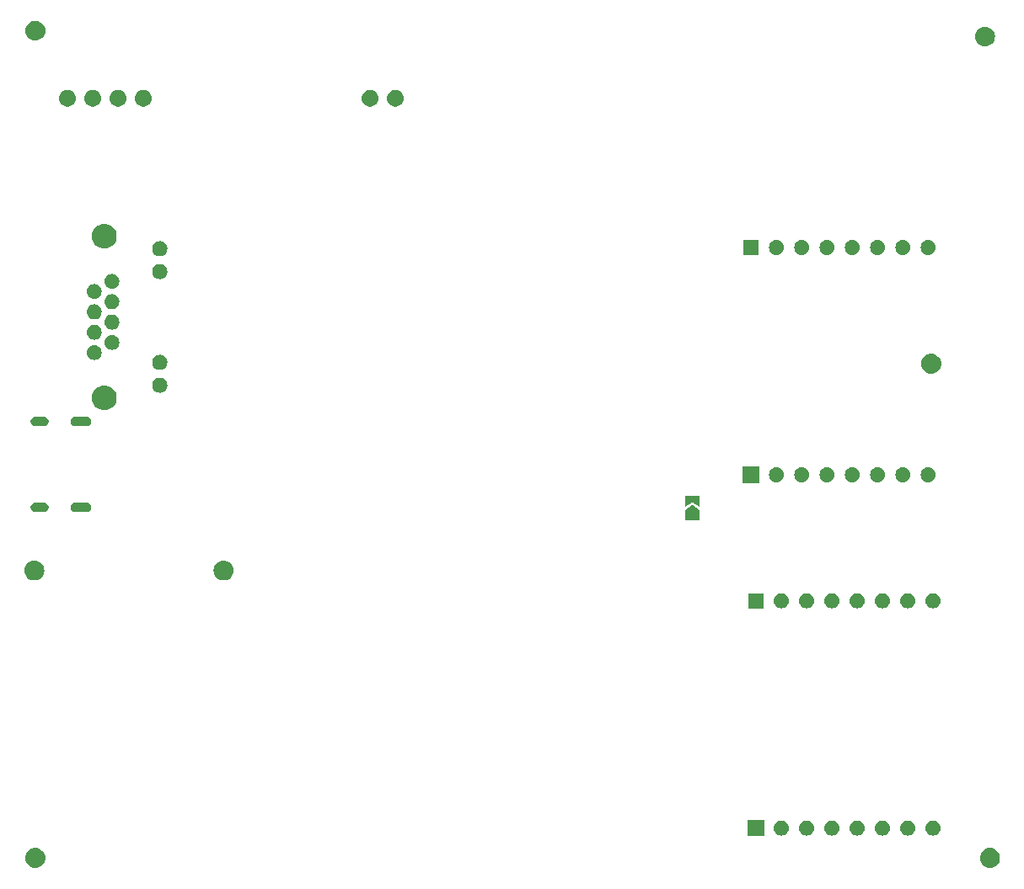
<source format=gbr>
%TF.GenerationSoftware,KiCad,Pcbnew,8.0.1*%
%TF.CreationDate,2024-06-25T14:19:54+02:00*%
%TF.ProjectId,Lichtstab,4c696368-7473-4746-9162-2e6b69636164,rev?*%
%TF.SameCoordinates,Original*%
%TF.FileFunction,Soldermask,Bot*%
%TF.FilePolarity,Negative*%
%FSLAX46Y46*%
G04 Gerber Fmt 4.6, Leading zero omitted, Abs format (unit mm)*
G04 Created by KiCad (PCBNEW 8.0.1) date 2024-06-25 14:19:54*
%MOMM*%
%LPD*%
G01*
G04 APERTURE LIST*
G04 APERTURE END LIST*
G36*
X70995090Y-133419215D02*
G01*
X71182683Y-133476120D01*
X71355570Y-133568530D01*
X71507107Y-133692893D01*
X71631470Y-133844430D01*
X71723880Y-134017317D01*
X71780785Y-134204910D01*
X71800000Y-134400000D01*
X71780785Y-134595090D01*
X71723880Y-134782683D01*
X71631470Y-134955570D01*
X71507107Y-135107107D01*
X71355570Y-135231470D01*
X71182683Y-135323880D01*
X70995090Y-135380785D01*
X70800000Y-135400000D01*
X70604910Y-135380785D01*
X70417317Y-135323880D01*
X70244430Y-135231470D01*
X70092893Y-135107107D01*
X69968530Y-134955570D01*
X69876120Y-134782683D01*
X69819215Y-134595090D01*
X69800000Y-134400000D01*
X69819215Y-134204910D01*
X69876120Y-134017317D01*
X69968530Y-133844430D01*
X70092893Y-133692893D01*
X70244430Y-133568530D01*
X70417317Y-133476120D01*
X70604910Y-133419215D01*
X70800000Y-133400000D01*
X70995090Y-133419215D01*
G37*
G36*
X166895090Y-133419215D02*
G01*
X167082683Y-133476120D01*
X167255570Y-133568530D01*
X167407107Y-133692893D01*
X167531470Y-133844430D01*
X167623880Y-134017317D01*
X167680785Y-134204910D01*
X167700000Y-134400000D01*
X167680785Y-134595090D01*
X167623880Y-134782683D01*
X167531470Y-134955570D01*
X167407107Y-135107107D01*
X167255570Y-135231470D01*
X167082683Y-135323880D01*
X166895090Y-135380785D01*
X166700000Y-135400000D01*
X166504910Y-135380785D01*
X166317317Y-135323880D01*
X166144430Y-135231470D01*
X165992893Y-135107107D01*
X165868530Y-134955570D01*
X165776120Y-134782683D01*
X165719215Y-134595090D01*
X165700000Y-134400000D01*
X165719215Y-134204910D01*
X165776120Y-134017317D01*
X165868530Y-133844430D01*
X165992893Y-133692893D01*
X166144430Y-133568530D01*
X166317317Y-133476120D01*
X166504910Y-133419215D01*
X166700000Y-133400000D01*
X166895090Y-133419215D01*
G37*
G36*
X144053200Y-132238200D02*
G01*
X142376800Y-132238200D01*
X142376800Y-130561800D01*
X144053200Y-130561800D01*
X144053200Y-132238200D01*
G37*
G36*
X145924561Y-130657105D02*
G01*
X146085619Y-130713462D01*
X146230099Y-130804244D01*
X146350756Y-130924901D01*
X146441538Y-131069381D01*
X146497895Y-131230439D01*
X146517000Y-131400000D01*
X146497895Y-131569561D01*
X146441538Y-131730619D01*
X146350756Y-131875099D01*
X146230099Y-131995756D01*
X146085619Y-132086538D01*
X145924561Y-132142895D01*
X145755000Y-132162000D01*
X145585439Y-132142895D01*
X145424381Y-132086538D01*
X145279901Y-131995756D01*
X145159244Y-131875099D01*
X145068462Y-131730619D01*
X145012105Y-131569561D01*
X144993000Y-131400000D01*
X145012105Y-131230439D01*
X145068462Y-131069381D01*
X145159244Y-130924901D01*
X145279901Y-130804244D01*
X145424381Y-130713462D01*
X145585439Y-130657105D01*
X145755000Y-130638000D01*
X145924561Y-130657105D01*
G37*
G36*
X148464561Y-130657105D02*
G01*
X148625619Y-130713462D01*
X148770099Y-130804244D01*
X148890756Y-130924901D01*
X148981538Y-131069381D01*
X149037895Y-131230439D01*
X149057000Y-131400000D01*
X149037895Y-131569561D01*
X148981538Y-131730619D01*
X148890756Y-131875099D01*
X148770099Y-131995756D01*
X148625619Y-132086538D01*
X148464561Y-132142895D01*
X148295000Y-132162000D01*
X148125439Y-132142895D01*
X147964381Y-132086538D01*
X147819901Y-131995756D01*
X147699244Y-131875099D01*
X147608462Y-131730619D01*
X147552105Y-131569561D01*
X147533000Y-131400000D01*
X147552105Y-131230439D01*
X147608462Y-131069381D01*
X147699244Y-130924901D01*
X147819901Y-130804244D01*
X147964381Y-130713462D01*
X148125439Y-130657105D01*
X148295000Y-130638000D01*
X148464561Y-130657105D01*
G37*
G36*
X151004561Y-130657105D02*
G01*
X151165619Y-130713462D01*
X151310099Y-130804244D01*
X151430756Y-130924901D01*
X151521538Y-131069381D01*
X151577895Y-131230439D01*
X151597000Y-131400000D01*
X151577895Y-131569561D01*
X151521538Y-131730619D01*
X151430756Y-131875099D01*
X151310099Y-131995756D01*
X151165619Y-132086538D01*
X151004561Y-132142895D01*
X150835000Y-132162000D01*
X150665439Y-132142895D01*
X150504381Y-132086538D01*
X150359901Y-131995756D01*
X150239244Y-131875099D01*
X150148462Y-131730619D01*
X150092105Y-131569561D01*
X150073000Y-131400000D01*
X150092105Y-131230439D01*
X150148462Y-131069381D01*
X150239244Y-130924901D01*
X150359901Y-130804244D01*
X150504381Y-130713462D01*
X150665439Y-130657105D01*
X150835000Y-130638000D01*
X151004561Y-130657105D01*
G37*
G36*
X153544561Y-130657105D02*
G01*
X153705619Y-130713462D01*
X153850099Y-130804244D01*
X153970756Y-130924901D01*
X154061538Y-131069381D01*
X154117895Y-131230439D01*
X154137000Y-131400000D01*
X154117895Y-131569561D01*
X154061538Y-131730619D01*
X153970756Y-131875099D01*
X153850099Y-131995756D01*
X153705619Y-132086538D01*
X153544561Y-132142895D01*
X153375000Y-132162000D01*
X153205439Y-132142895D01*
X153044381Y-132086538D01*
X152899901Y-131995756D01*
X152779244Y-131875099D01*
X152688462Y-131730619D01*
X152632105Y-131569561D01*
X152613000Y-131400000D01*
X152632105Y-131230439D01*
X152688462Y-131069381D01*
X152779244Y-130924901D01*
X152899901Y-130804244D01*
X153044381Y-130713462D01*
X153205439Y-130657105D01*
X153375000Y-130638000D01*
X153544561Y-130657105D01*
G37*
G36*
X156084561Y-130657105D02*
G01*
X156245619Y-130713462D01*
X156390099Y-130804244D01*
X156510756Y-130924901D01*
X156601538Y-131069381D01*
X156657895Y-131230439D01*
X156677000Y-131400000D01*
X156657895Y-131569561D01*
X156601538Y-131730619D01*
X156510756Y-131875099D01*
X156390099Y-131995756D01*
X156245619Y-132086538D01*
X156084561Y-132142895D01*
X155915000Y-132162000D01*
X155745439Y-132142895D01*
X155584381Y-132086538D01*
X155439901Y-131995756D01*
X155319244Y-131875099D01*
X155228462Y-131730619D01*
X155172105Y-131569561D01*
X155153000Y-131400000D01*
X155172105Y-131230439D01*
X155228462Y-131069381D01*
X155319244Y-130924901D01*
X155439901Y-130804244D01*
X155584381Y-130713462D01*
X155745439Y-130657105D01*
X155915000Y-130638000D01*
X156084561Y-130657105D01*
G37*
G36*
X158624561Y-130657105D02*
G01*
X158785619Y-130713462D01*
X158930099Y-130804244D01*
X159050756Y-130924901D01*
X159141538Y-131069381D01*
X159197895Y-131230439D01*
X159217000Y-131400000D01*
X159197895Y-131569561D01*
X159141538Y-131730619D01*
X159050756Y-131875099D01*
X158930099Y-131995756D01*
X158785619Y-132086538D01*
X158624561Y-132142895D01*
X158455000Y-132162000D01*
X158285439Y-132142895D01*
X158124381Y-132086538D01*
X157979901Y-131995756D01*
X157859244Y-131875099D01*
X157768462Y-131730619D01*
X157712105Y-131569561D01*
X157693000Y-131400000D01*
X157712105Y-131230439D01*
X157768462Y-131069381D01*
X157859244Y-130924901D01*
X157979901Y-130804244D01*
X158124381Y-130713462D01*
X158285439Y-130657105D01*
X158455000Y-130638000D01*
X158624561Y-130657105D01*
G37*
G36*
X161164561Y-130657105D02*
G01*
X161325619Y-130713462D01*
X161470099Y-130804244D01*
X161590756Y-130924901D01*
X161681538Y-131069381D01*
X161737895Y-131230439D01*
X161757000Y-131400000D01*
X161737895Y-131569561D01*
X161681538Y-131730619D01*
X161590756Y-131875099D01*
X161470099Y-131995756D01*
X161325619Y-132086538D01*
X161164561Y-132142895D01*
X160995000Y-132162000D01*
X160825439Y-132142895D01*
X160664381Y-132086538D01*
X160519901Y-131995756D01*
X160399244Y-131875099D01*
X160308462Y-131730619D01*
X160252105Y-131569561D01*
X160233000Y-131400000D01*
X160252105Y-131230439D01*
X160308462Y-131069381D01*
X160399244Y-130924901D01*
X160519901Y-130804244D01*
X160664381Y-130713462D01*
X160825439Y-130657105D01*
X160995000Y-130638000D01*
X161164561Y-130657105D01*
G37*
G36*
X143977000Y-109302000D02*
G01*
X142453000Y-109302000D01*
X142453000Y-107778000D01*
X143977000Y-107778000D01*
X143977000Y-109302000D01*
G37*
G36*
X145924561Y-107797105D02*
G01*
X146085619Y-107853462D01*
X146230099Y-107944244D01*
X146350756Y-108064901D01*
X146441538Y-108209381D01*
X146497895Y-108370439D01*
X146517000Y-108540000D01*
X146497895Y-108709561D01*
X146441538Y-108870619D01*
X146350756Y-109015099D01*
X146230099Y-109135756D01*
X146085619Y-109226538D01*
X145924561Y-109282895D01*
X145755000Y-109302000D01*
X145585439Y-109282895D01*
X145424381Y-109226538D01*
X145279901Y-109135756D01*
X145159244Y-109015099D01*
X145068462Y-108870619D01*
X145012105Y-108709561D01*
X144993000Y-108540000D01*
X145012105Y-108370439D01*
X145068462Y-108209381D01*
X145159244Y-108064901D01*
X145279901Y-107944244D01*
X145424381Y-107853462D01*
X145585439Y-107797105D01*
X145755000Y-107778000D01*
X145924561Y-107797105D01*
G37*
G36*
X148464561Y-107797105D02*
G01*
X148625619Y-107853462D01*
X148770099Y-107944244D01*
X148890756Y-108064901D01*
X148981538Y-108209381D01*
X149037895Y-108370439D01*
X149057000Y-108540000D01*
X149037895Y-108709561D01*
X148981538Y-108870619D01*
X148890756Y-109015099D01*
X148770099Y-109135756D01*
X148625619Y-109226538D01*
X148464561Y-109282895D01*
X148295000Y-109302000D01*
X148125439Y-109282895D01*
X147964381Y-109226538D01*
X147819901Y-109135756D01*
X147699244Y-109015099D01*
X147608462Y-108870619D01*
X147552105Y-108709561D01*
X147533000Y-108540000D01*
X147552105Y-108370439D01*
X147608462Y-108209381D01*
X147699244Y-108064901D01*
X147819901Y-107944244D01*
X147964381Y-107853462D01*
X148125439Y-107797105D01*
X148295000Y-107778000D01*
X148464561Y-107797105D01*
G37*
G36*
X151004561Y-107797105D02*
G01*
X151165619Y-107853462D01*
X151310099Y-107944244D01*
X151430756Y-108064901D01*
X151521538Y-108209381D01*
X151577895Y-108370439D01*
X151597000Y-108540000D01*
X151577895Y-108709561D01*
X151521538Y-108870619D01*
X151430756Y-109015099D01*
X151310099Y-109135756D01*
X151165619Y-109226538D01*
X151004561Y-109282895D01*
X150835000Y-109302000D01*
X150665439Y-109282895D01*
X150504381Y-109226538D01*
X150359901Y-109135756D01*
X150239244Y-109015099D01*
X150148462Y-108870619D01*
X150092105Y-108709561D01*
X150073000Y-108540000D01*
X150092105Y-108370439D01*
X150148462Y-108209381D01*
X150239244Y-108064901D01*
X150359901Y-107944244D01*
X150504381Y-107853462D01*
X150665439Y-107797105D01*
X150835000Y-107778000D01*
X151004561Y-107797105D01*
G37*
G36*
X153544561Y-107797105D02*
G01*
X153705619Y-107853462D01*
X153850099Y-107944244D01*
X153970756Y-108064901D01*
X154061538Y-108209381D01*
X154117895Y-108370439D01*
X154137000Y-108540000D01*
X154117895Y-108709561D01*
X154061538Y-108870619D01*
X153970756Y-109015099D01*
X153850099Y-109135756D01*
X153705619Y-109226538D01*
X153544561Y-109282895D01*
X153375000Y-109302000D01*
X153205439Y-109282895D01*
X153044381Y-109226538D01*
X152899901Y-109135756D01*
X152779244Y-109015099D01*
X152688462Y-108870619D01*
X152632105Y-108709561D01*
X152613000Y-108540000D01*
X152632105Y-108370439D01*
X152688462Y-108209381D01*
X152779244Y-108064901D01*
X152899901Y-107944244D01*
X153044381Y-107853462D01*
X153205439Y-107797105D01*
X153375000Y-107778000D01*
X153544561Y-107797105D01*
G37*
G36*
X156084561Y-107797105D02*
G01*
X156245619Y-107853462D01*
X156390099Y-107944244D01*
X156510756Y-108064901D01*
X156601538Y-108209381D01*
X156657895Y-108370439D01*
X156677000Y-108540000D01*
X156657895Y-108709561D01*
X156601538Y-108870619D01*
X156510756Y-109015099D01*
X156390099Y-109135756D01*
X156245619Y-109226538D01*
X156084561Y-109282895D01*
X155915000Y-109302000D01*
X155745439Y-109282895D01*
X155584381Y-109226538D01*
X155439901Y-109135756D01*
X155319244Y-109015099D01*
X155228462Y-108870619D01*
X155172105Y-108709561D01*
X155153000Y-108540000D01*
X155172105Y-108370439D01*
X155228462Y-108209381D01*
X155319244Y-108064901D01*
X155439901Y-107944244D01*
X155584381Y-107853462D01*
X155745439Y-107797105D01*
X155915000Y-107778000D01*
X156084561Y-107797105D01*
G37*
G36*
X158624561Y-107797105D02*
G01*
X158785619Y-107853462D01*
X158930099Y-107944244D01*
X159050756Y-108064901D01*
X159141538Y-108209381D01*
X159197895Y-108370439D01*
X159217000Y-108540000D01*
X159197895Y-108709561D01*
X159141538Y-108870619D01*
X159050756Y-109015099D01*
X158930099Y-109135756D01*
X158785619Y-109226538D01*
X158624561Y-109282895D01*
X158455000Y-109302000D01*
X158285439Y-109282895D01*
X158124381Y-109226538D01*
X157979901Y-109135756D01*
X157859244Y-109015099D01*
X157768462Y-108870619D01*
X157712105Y-108709561D01*
X157693000Y-108540000D01*
X157712105Y-108370439D01*
X157768462Y-108209381D01*
X157859244Y-108064901D01*
X157979901Y-107944244D01*
X158124381Y-107853462D01*
X158285439Y-107797105D01*
X158455000Y-107778000D01*
X158624561Y-107797105D01*
G37*
G36*
X161164561Y-107797105D02*
G01*
X161325619Y-107853462D01*
X161470099Y-107944244D01*
X161590756Y-108064901D01*
X161681538Y-108209381D01*
X161737895Y-108370439D01*
X161757000Y-108540000D01*
X161737895Y-108709561D01*
X161681538Y-108870619D01*
X161590756Y-109015099D01*
X161470099Y-109135756D01*
X161325619Y-109226538D01*
X161164561Y-109282895D01*
X160995000Y-109302000D01*
X160825439Y-109282895D01*
X160664381Y-109226538D01*
X160519901Y-109135756D01*
X160399244Y-109015099D01*
X160308462Y-108870619D01*
X160252105Y-108709561D01*
X160233000Y-108540000D01*
X160252105Y-108370439D01*
X160308462Y-108209381D01*
X160399244Y-108064901D01*
X160519901Y-107944244D01*
X160664381Y-107853462D01*
X160825439Y-107797105D01*
X160995000Y-107778000D01*
X161164561Y-107797105D01*
G37*
G36*
X70895090Y-104519215D02*
G01*
X71082683Y-104576120D01*
X71255570Y-104668530D01*
X71407107Y-104792893D01*
X71531470Y-104944430D01*
X71623880Y-105117317D01*
X71680785Y-105304910D01*
X71700000Y-105500000D01*
X71680785Y-105695090D01*
X71623880Y-105882683D01*
X71531470Y-106055570D01*
X71407107Y-106207107D01*
X71255570Y-106331470D01*
X71082683Y-106423880D01*
X70895090Y-106480785D01*
X70700000Y-106500000D01*
X70504910Y-106480785D01*
X70317317Y-106423880D01*
X70144430Y-106331470D01*
X69992893Y-106207107D01*
X69868530Y-106055570D01*
X69776120Y-105882683D01*
X69719215Y-105695090D01*
X69700000Y-105500000D01*
X69719215Y-105304910D01*
X69776120Y-105117317D01*
X69868530Y-104944430D01*
X69992893Y-104792893D01*
X70144430Y-104668530D01*
X70317317Y-104576120D01*
X70504910Y-104519215D01*
X70700000Y-104500000D01*
X70895090Y-104519215D01*
G37*
G36*
X89895090Y-104519215D02*
G01*
X90082683Y-104576120D01*
X90255570Y-104668530D01*
X90407107Y-104792893D01*
X90531470Y-104944430D01*
X90623880Y-105117317D01*
X90680785Y-105304910D01*
X90700000Y-105500000D01*
X90680785Y-105695090D01*
X90623880Y-105882683D01*
X90531470Y-106055570D01*
X90407107Y-106207107D01*
X90255570Y-106331470D01*
X90082683Y-106423880D01*
X89895090Y-106480785D01*
X89700000Y-106500000D01*
X89504910Y-106480785D01*
X89317317Y-106423880D01*
X89144430Y-106331470D01*
X88992893Y-106207107D01*
X88868530Y-106055570D01*
X88776120Y-105882683D01*
X88719215Y-105695090D01*
X88700000Y-105500000D01*
X88719215Y-105304910D01*
X88776120Y-105117317D01*
X88868530Y-104944430D01*
X88992893Y-104792893D01*
X89144430Y-104668530D01*
X89317317Y-104576120D01*
X89504910Y-104519215D01*
X89700000Y-104500000D01*
X89895090Y-104519215D01*
G37*
G36*
X136802774Y-98920840D02*
G01*
X136807664Y-98924100D01*
X137542843Y-99414219D01*
X137552774Y-99420840D01*
X137554903Y-99424019D01*
X137555000Y-99425000D01*
X137555000Y-100425000D01*
X137553536Y-100428536D01*
X137550000Y-100430000D01*
X137538065Y-100430000D01*
X136061935Y-100430000D01*
X136050000Y-100430000D01*
X136046464Y-100428536D01*
X136045000Y-100425000D01*
X136045000Y-99425000D01*
X136046464Y-99421464D01*
X136047226Y-99420840D01*
X136053360Y-99416750D01*
X136053361Y-99416749D01*
X136787295Y-98927460D01*
X136787296Y-98927459D01*
X136797226Y-98920840D01*
X136800981Y-98920097D01*
X136802774Y-98920840D01*
G37*
G36*
X71697513Y-98644278D02*
G01*
X71823592Y-98678060D01*
X71936631Y-98743323D01*
X72028927Y-98835619D01*
X72094190Y-98948658D01*
X72127972Y-99074737D01*
X72127972Y-99205263D01*
X72094190Y-99331342D01*
X72028927Y-99444381D01*
X71936631Y-99536677D01*
X71823592Y-99601940D01*
X71697513Y-99635722D01*
X70832250Y-99640000D01*
X70766987Y-99635722D01*
X70640908Y-99601940D01*
X70527869Y-99536677D01*
X70435573Y-99444381D01*
X70370310Y-99331342D01*
X70336528Y-99205263D01*
X70336528Y-99074737D01*
X70370310Y-98948658D01*
X70435573Y-98835619D01*
X70527869Y-98743323D01*
X70640908Y-98678060D01*
X70766987Y-98644278D01*
X71632250Y-98640000D01*
X71697513Y-98644278D01*
G37*
G36*
X75997513Y-98644278D02*
G01*
X76123592Y-98678060D01*
X76236631Y-98743323D01*
X76328927Y-98835619D01*
X76394190Y-98948658D01*
X76427972Y-99074737D01*
X76427972Y-99205263D01*
X76394190Y-99331342D01*
X76328927Y-99444381D01*
X76236631Y-99536677D01*
X76123592Y-99601940D01*
X75997513Y-99635722D01*
X74832250Y-99640000D01*
X74766987Y-99635722D01*
X74640908Y-99601940D01*
X74527869Y-99536677D01*
X74435573Y-99444381D01*
X74370310Y-99331342D01*
X74336528Y-99205263D01*
X74336528Y-99074737D01*
X74370310Y-98948658D01*
X74435573Y-98835619D01*
X74527869Y-98743323D01*
X74640908Y-98678060D01*
X74766987Y-98644278D01*
X75932250Y-98640000D01*
X75997513Y-98644278D01*
G37*
G36*
X137553536Y-97971464D02*
G01*
X137555000Y-97975000D01*
X137555000Y-99125000D01*
X137553536Y-99128536D01*
X137550000Y-99130000D01*
X137547226Y-99129160D01*
X136818165Y-98643119D01*
X136781835Y-98643119D01*
X136052774Y-99129160D01*
X136049019Y-99129903D01*
X136045840Y-99127774D01*
X136045000Y-99125000D01*
X136045000Y-97975000D01*
X136046464Y-97971464D01*
X136050000Y-97970000D01*
X137550000Y-97970000D01*
X137553536Y-97971464D01*
G37*
G36*
X143558200Y-96698200D02*
G01*
X141881800Y-96698200D01*
X141881800Y-95021800D01*
X143558200Y-95021800D01*
X143558200Y-96698200D01*
G37*
G36*
X145429561Y-95117105D02*
G01*
X145590619Y-95173462D01*
X145735099Y-95264244D01*
X145855756Y-95384901D01*
X145946538Y-95529381D01*
X146002895Y-95690439D01*
X146022000Y-95860000D01*
X146002895Y-96029561D01*
X145946538Y-96190619D01*
X145855756Y-96335099D01*
X145735099Y-96455756D01*
X145590619Y-96546538D01*
X145429561Y-96602895D01*
X145260000Y-96622000D01*
X145090439Y-96602895D01*
X144929381Y-96546538D01*
X144784901Y-96455756D01*
X144664244Y-96335099D01*
X144573462Y-96190619D01*
X144517105Y-96029561D01*
X144498000Y-95860000D01*
X144517105Y-95690439D01*
X144573462Y-95529381D01*
X144664244Y-95384901D01*
X144784901Y-95264244D01*
X144929381Y-95173462D01*
X145090439Y-95117105D01*
X145260000Y-95098000D01*
X145429561Y-95117105D01*
G37*
G36*
X147969561Y-95117105D02*
G01*
X148130619Y-95173462D01*
X148275099Y-95264244D01*
X148395756Y-95384901D01*
X148486538Y-95529381D01*
X148542895Y-95690439D01*
X148562000Y-95860000D01*
X148542895Y-96029561D01*
X148486538Y-96190619D01*
X148395756Y-96335099D01*
X148275099Y-96455756D01*
X148130619Y-96546538D01*
X147969561Y-96602895D01*
X147800000Y-96622000D01*
X147630439Y-96602895D01*
X147469381Y-96546538D01*
X147324901Y-96455756D01*
X147204244Y-96335099D01*
X147113462Y-96190619D01*
X147057105Y-96029561D01*
X147038000Y-95860000D01*
X147057105Y-95690439D01*
X147113462Y-95529381D01*
X147204244Y-95384901D01*
X147324901Y-95264244D01*
X147469381Y-95173462D01*
X147630439Y-95117105D01*
X147800000Y-95098000D01*
X147969561Y-95117105D01*
G37*
G36*
X150509561Y-95117105D02*
G01*
X150670619Y-95173462D01*
X150815099Y-95264244D01*
X150935756Y-95384901D01*
X151026538Y-95529381D01*
X151082895Y-95690439D01*
X151102000Y-95860000D01*
X151082895Y-96029561D01*
X151026538Y-96190619D01*
X150935756Y-96335099D01*
X150815099Y-96455756D01*
X150670619Y-96546538D01*
X150509561Y-96602895D01*
X150340000Y-96622000D01*
X150170439Y-96602895D01*
X150009381Y-96546538D01*
X149864901Y-96455756D01*
X149744244Y-96335099D01*
X149653462Y-96190619D01*
X149597105Y-96029561D01*
X149578000Y-95860000D01*
X149597105Y-95690439D01*
X149653462Y-95529381D01*
X149744244Y-95384901D01*
X149864901Y-95264244D01*
X150009381Y-95173462D01*
X150170439Y-95117105D01*
X150340000Y-95098000D01*
X150509561Y-95117105D01*
G37*
G36*
X153049561Y-95117105D02*
G01*
X153210619Y-95173462D01*
X153355099Y-95264244D01*
X153475756Y-95384901D01*
X153566538Y-95529381D01*
X153622895Y-95690439D01*
X153642000Y-95860000D01*
X153622895Y-96029561D01*
X153566538Y-96190619D01*
X153475756Y-96335099D01*
X153355099Y-96455756D01*
X153210619Y-96546538D01*
X153049561Y-96602895D01*
X152880000Y-96622000D01*
X152710439Y-96602895D01*
X152549381Y-96546538D01*
X152404901Y-96455756D01*
X152284244Y-96335099D01*
X152193462Y-96190619D01*
X152137105Y-96029561D01*
X152118000Y-95860000D01*
X152137105Y-95690439D01*
X152193462Y-95529381D01*
X152284244Y-95384901D01*
X152404901Y-95264244D01*
X152549381Y-95173462D01*
X152710439Y-95117105D01*
X152880000Y-95098000D01*
X153049561Y-95117105D01*
G37*
G36*
X155589561Y-95117105D02*
G01*
X155750619Y-95173462D01*
X155895099Y-95264244D01*
X156015756Y-95384901D01*
X156106538Y-95529381D01*
X156162895Y-95690439D01*
X156182000Y-95860000D01*
X156162895Y-96029561D01*
X156106538Y-96190619D01*
X156015756Y-96335099D01*
X155895099Y-96455756D01*
X155750619Y-96546538D01*
X155589561Y-96602895D01*
X155420000Y-96622000D01*
X155250439Y-96602895D01*
X155089381Y-96546538D01*
X154944901Y-96455756D01*
X154824244Y-96335099D01*
X154733462Y-96190619D01*
X154677105Y-96029561D01*
X154658000Y-95860000D01*
X154677105Y-95690439D01*
X154733462Y-95529381D01*
X154824244Y-95384901D01*
X154944901Y-95264244D01*
X155089381Y-95173462D01*
X155250439Y-95117105D01*
X155420000Y-95098000D01*
X155589561Y-95117105D01*
G37*
G36*
X158129561Y-95117105D02*
G01*
X158290619Y-95173462D01*
X158435099Y-95264244D01*
X158555756Y-95384901D01*
X158646538Y-95529381D01*
X158702895Y-95690439D01*
X158722000Y-95860000D01*
X158702895Y-96029561D01*
X158646538Y-96190619D01*
X158555756Y-96335099D01*
X158435099Y-96455756D01*
X158290619Y-96546538D01*
X158129561Y-96602895D01*
X157960000Y-96622000D01*
X157790439Y-96602895D01*
X157629381Y-96546538D01*
X157484901Y-96455756D01*
X157364244Y-96335099D01*
X157273462Y-96190619D01*
X157217105Y-96029561D01*
X157198000Y-95860000D01*
X157217105Y-95690439D01*
X157273462Y-95529381D01*
X157364244Y-95384901D01*
X157484901Y-95264244D01*
X157629381Y-95173462D01*
X157790439Y-95117105D01*
X157960000Y-95098000D01*
X158129561Y-95117105D01*
G37*
G36*
X160669561Y-95117105D02*
G01*
X160830619Y-95173462D01*
X160975099Y-95264244D01*
X161095756Y-95384901D01*
X161186538Y-95529381D01*
X161242895Y-95690439D01*
X161262000Y-95860000D01*
X161242895Y-96029561D01*
X161186538Y-96190619D01*
X161095756Y-96335099D01*
X160975099Y-96455756D01*
X160830619Y-96546538D01*
X160669561Y-96602895D01*
X160500000Y-96622000D01*
X160330439Y-96602895D01*
X160169381Y-96546538D01*
X160024901Y-96455756D01*
X159904244Y-96335099D01*
X159813462Y-96190619D01*
X159757105Y-96029561D01*
X159738000Y-95860000D01*
X159757105Y-95690439D01*
X159813462Y-95529381D01*
X159904244Y-95384901D01*
X160024901Y-95264244D01*
X160169381Y-95173462D01*
X160330439Y-95117105D01*
X160500000Y-95098000D01*
X160669561Y-95117105D01*
G37*
G36*
X71697513Y-90004278D02*
G01*
X71823592Y-90038060D01*
X71936631Y-90103323D01*
X72028927Y-90195619D01*
X72094190Y-90308658D01*
X72127972Y-90434737D01*
X72127972Y-90565263D01*
X72094190Y-90691342D01*
X72028927Y-90804381D01*
X71936631Y-90896677D01*
X71823592Y-90961940D01*
X71697513Y-90995722D01*
X70832250Y-91000000D01*
X70766987Y-90995722D01*
X70640908Y-90961940D01*
X70527869Y-90896677D01*
X70435573Y-90804381D01*
X70370310Y-90691342D01*
X70336528Y-90565263D01*
X70336528Y-90434737D01*
X70370310Y-90308658D01*
X70435573Y-90195619D01*
X70527869Y-90103323D01*
X70640908Y-90038060D01*
X70766987Y-90004278D01*
X71632250Y-90000000D01*
X71697513Y-90004278D01*
G37*
G36*
X75997513Y-90004278D02*
G01*
X76123592Y-90038060D01*
X76236631Y-90103323D01*
X76328927Y-90195619D01*
X76394190Y-90308658D01*
X76427972Y-90434737D01*
X76427972Y-90565263D01*
X76394190Y-90691342D01*
X76328927Y-90804381D01*
X76236631Y-90896677D01*
X76123592Y-90961940D01*
X75997513Y-90995722D01*
X74832250Y-91000000D01*
X74766987Y-90995722D01*
X74640908Y-90961940D01*
X74527869Y-90896677D01*
X74435573Y-90804381D01*
X74370310Y-90691342D01*
X74336528Y-90565263D01*
X74336528Y-90434737D01*
X74370310Y-90308658D01*
X74435573Y-90195619D01*
X74527869Y-90103323D01*
X74640908Y-90038060D01*
X74766987Y-90004278D01*
X75932250Y-90000000D01*
X75997513Y-90004278D01*
G37*
G36*
X77942060Y-86898990D02*
G01*
X78152525Y-86955384D01*
X78350000Y-87047468D01*
X78528485Y-87172444D01*
X78682556Y-87326515D01*
X78807532Y-87505000D01*
X78899616Y-87702475D01*
X78956010Y-87912940D01*
X78975000Y-88130000D01*
X78956010Y-88347060D01*
X78899616Y-88557525D01*
X78807532Y-88755000D01*
X78682556Y-88933485D01*
X78528485Y-89087556D01*
X78350000Y-89212532D01*
X78152525Y-89304616D01*
X77942060Y-89361010D01*
X77725000Y-89380000D01*
X77507940Y-89361010D01*
X77297475Y-89304616D01*
X77100000Y-89212532D01*
X76921515Y-89087556D01*
X76767444Y-88933485D01*
X76642468Y-88755000D01*
X76550384Y-88557525D01*
X76493990Y-88347060D01*
X76475000Y-88130000D01*
X76493990Y-87912940D01*
X76550384Y-87702475D01*
X76642468Y-87505000D01*
X76767444Y-87326515D01*
X76921515Y-87172444D01*
X77100000Y-87047468D01*
X77297475Y-86955384D01*
X77507940Y-86898990D01*
X77725000Y-86880000D01*
X77942060Y-86898990D01*
G37*
G36*
X83464561Y-86117105D02*
G01*
X83625619Y-86173462D01*
X83770099Y-86264244D01*
X83890756Y-86384901D01*
X83981538Y-86529381D01*
X84037895Y-86690439D01*
X84057000Y-86860000D01*
X84037895Y-87029561D01*
X83981538Y-87190619D01*
X83890756Y-87335099D01*
X83770099Y-87455756D01*
X83625619Y-87546538D01*
X83464561Y-87602895D01*
X83295000Y-87622000D01*
X83125439Y-87602895D01*
X82964381Y-87546538D01*
X82819901Y-87455756D01*
X82699244Y-87335099D01*
X82608462Y-87190619D01*
X82552105Y-87029561D01*
X82533000Y-86860000D01*
X82552105Y-86690439D01*
X82608462Y-86529381D01*
X82699244Y-86384901D01*
X82819901Y-86264244D01*
X82964381Y-86173462D01*
X83125439Y-86117105D01*
X83295000Y-86098000D01*
X83464561Y-86117105D01*
G37*
G36*
X160995090Y-83719215D02*
G01*
X161182683Y-83776120D01*
X161355570Y-83868530D01*
X161507107Y-83992893D01*
X161631470Y-84144430D01*
X161723880Y-84317317D01*
X161780785Y-84504910D01*
X161800000Y-84700000D01*
X161780785Y-84895090D01*
X161723880Y-85082683D01*
X161631470Y-85255570D01*
X161507107Y-85407107D01*
X161355570Y-85531470D01*
X161182683Y-85623880D01*
X160995090Y-85680785D01*
X160800000Y-85700000D01*
X160604910Y-85680785D01*
X160417317Y-85623880D01*
X160244430Y-85531470D01*
X160092893Y-85407107D01*
X159968530Y-85255570D01*
X159876120Y-85082683D01*
X159819215Y-84895090D01*
X159800000Y-84700000D01*
X159819215Y-84504910D01*
X159876120Y-84317317D01*
X159968530Y-84144430D01*
X160092893Y-83992893D01*
X160244430Y-83868530D01*
X160417317Y-83776120D01*
X160604910Y-83719215D01*
X160800000Y-83700000D01*
X160995090Y-83719215D01*
G37*
G36*
X83464561Y-83827105D02*
G01*
X83625619Y-83883462D01*
X83770099Y-83974244D01*
X83890756Y-84094901D01*
X83981538Y-84239381D01*
X84037895Y-84400439D01*
X84057000Y-84570000D01*
X84037895Y-84739561D01*
X83981538Y-84900619D01*
X83890756Y-85045099D01*
X83770099Y-85165756D01*
X83625619Y-85256538D01*
X83464561Y-85312895D01*
X83295000Y-85332000D01*
X83125439Y-85312895D01*
X82964381Y-85256538D01*
X82819901Y-85165756D01*
X82699244Y-85045099D01*
X82608462Y-84900619D01*
X82552105Y-84739561D01*
X82533000Y-84570000D01*
X82552105Y-84400439D01*
X82608462Y-84239381D01*
X82699244Y-84094901D01*
X82819901Y-83974244D01*
X82964381Y-83883462D01*
X83125439Y-83827105D01*
X83295000Y-83808000D01*
X83464561Y-83827105D01*
G37*
G36*
X76874561Y-82827105D02*
G01*
X77035619Y-82883462D01*
X77180099Y-82974244D01*
X77300756Y-83094901D01*
X77391538Y-83239381D01*
X77447895Y-83400439D01*
X77467000Y-83570000D01*
X77447895Y-83739561D01*
X77391538Y-83900619D01*
X77300756Y-84045099D01*
X77180099Y-84165756D01*
X77035619Y-84256538D01*
X76874561Y-84312895D01*
X76705000Y-84332000D01*
X76535439Y-84312895D01*
X76374381Y-84256538D01*
X76229901Y-84165756D01*
X76109244Y-84045099D01*
X76018462Y-83900619D01*
X75962105Y-83739561D01*
X75943000Y-83570000D01*
X75962105Y-83400439D01*
X76018462Y-83239381D01*
X76109244Y-83094901D01*
X76229901Y-82974244D01*
X76374381Y-82883462D01*
X76535439Y-82827105D01*
X76705000Y-82808000D01*
X76874561Y-82827105D01*
G37*
G36*
X78654561Y-81807105D02*
G01*
X78815619Y-81863462D01*
X78960099Y-81954244D01*
X79080756Y-82074901D01*
X79171538Y-82219381D01*
X79227895Y-82380439D01*
X79247000Y-82550000D01*
X79227895Y-82719561D01*
X79171538Y-82880619D01*
X79080756Y-83025099D01*
X78960099Y-83145756D01*
X78815619Y-83236538D01*
X78654561Y-83292895D01*
X78485000Y-83312000D01*
X78315439Y-83292895D01*
X78154381Y-83236538D01*
X78009901Y-83145756D01*
X77889244Y-83025099D01*
X77798462Y-82880619D01*
X77742105Y-82719561D01*
X77723000Y-82550000D01*
X77742105Y-82380439D01*
X77798462Y-82219381D01*
X77889244Y-82074901D01*
X78009901Y-81954244D01*
X78154381Y-81863462D01*
X78315439Y-81807105D01*
X78485000Y-81788000D01*
X78654561Y-81807105D01*
G37*
G36*
X76874561Y-80787105D02*
G01*
X77035619Y-80843462D01*
X77180099Y-80934244D01*
X77300756Y-81054901D01*
X77391538Y-81199381D01*
X77447895Y-81360439D01*
X77467000Y-81530000D01*
X77447895Y-81699561D01*
X77391538Y-81860619D01*
X77300756Y-82005099D01*
X77180099Y-82125756D01*
X77035619Y-82216538D01*
X76874561Y-82272895D01*
X76705000Y-82292000D01*
X76535439Y-82272895D01*
X76374381Y-82216538D01*
X76229901Y-82125756D01*
X76109244Y-82005099D01*
X76018462Y-81860619D01*
X75962105Y-81699561D01*
X75943000Y-81530000D01*
X75962105Y-81360439D01*
X76018462Y-81199381D01*
X76109244Y-81054901D01*
X76229901Y-80934244D01*
X76374381Y-80843462D01*
X76535439Y-80787105D01*
X76705000Y-80768000D01*
X76874561Y-80787105D01*
G37*
G36*
X78654561Y-79767105D02*
G01*
X78815619Y-79823462D01*
X78960099Y-79914244D01*
X79080756Y-80034901D01*
X79171538Y-80179381D01*
X79227895Y-80340439D01*
X79247000Y-80510000D01*
X79227895Y-80679561D01*
X79171538Y-80840619D01*
X79080756Y-80985099D01*
X78960099Y-81105756D01*
X78815619Y-81196538D01*
X78654561Y-81252895D01*
X78485000Y-81272000D01*
X78315439Y-81252895D01*
X78154381Y-81196538D01*
X78009901Y-81105756D01*
X77889244Y-80985099D01*
X77798462Y-80840619D01*
X77742105Y-80679561D01*
X77723000Y-80510000D01*
X77742105Y-80340439D01*
X77798462Y-80179381D01*
X77889244Y-80034901D01*
X78009901Y-79914244D01*
X78154381Y-79823462D01*
X78315439Y-79767105D01*
X78485000Y-79748000D01*
X78654561Y-79767105D01*
G37*
G36*
X76874561Y-78747105D02*
G01*
X77035619Y-78803462D01*
X77180099Y-78894244D01*
X77300756Y-79014901D01*
X77391538Y-79159381D01*
X77447895Y-79320439D01*
X77467000Y-79490000D01*
X77447895Y-79659561D01*
X77391538Y-79820619D01*
X77300756Y-79965099D01*
X77180099Y-80085756D01*
X77035619Y-80176538D01*
X76874561Y-80232895D01*
X76705000Y-80252000D01*
X76535439Y-80232895D01*
X76374381Y-80176538D01*
X76229901Y-80085756D01*
X76109244Y-79965099D01*
X76018462Y-79820619D01*
X75962105Y-79659561D01*
X75943000Y-79490000D01*
X75962105Y-79320439D01*
X76018462Y-79159381D01*
X76109244Y-79014901D01*
X76229901Y-78894244D01*
X76374381Y-78803462D01*
X76535439Y-78747105D01*
X76705000Y-78728000D01*
X76874561Y-78747105D01*
G37*
G36*
X78654561Y-77727105D02*
G01*
X78815619Y-77783462D01*
X78960099Y-77874244D01*
X79080756Y-77994901D01*
X79171538Y-78139381D01*
X79227895Y-78300439D01*
X79247000Y-78470000D01*
X79227895Y-78639561D01*
X79171538Y-78800619D01*
X79080756Y-78945099D01*
X78960099Y-79065756D01*
X78815619Y-79156538D01*
X78654561Y-79212895D01*
X78485000Y-79232000D01*
X78315439Y-79212895D01*
X78154381Y-79156538D01*
X78009901Y-79065756D01*
X77889244Y-78945099D01*
X77798462Y-78800619D01*
X77742105Y-78639561D01*
X77723000Y-78470000D01*
X77742105Y-78300439D01*
X77798462Y-78139381D01*
X77889244Y-77994901D01*
X78009901Y-77874244D01*
X78154381Y-77783462D01*
X78315439Y-77727105D01*
X78485000Y-77708000D01*
X78654561Y-77727105D01*
G37*
G36*
X76874561Y-76707105D02*
G01*
X77035619Y-76763462D01*
X77180099Y-76854244D01*
X77300756Y-76974901D01*
X77391538Y-77119381D01*
X77447895Y-77280439D01*
X77467000Y-77450000D01*
X77447895Y-77619561D01*
X77391538Y-77780619D01*
X77300756Y-77925099D01*
X77180099Y-78045756D01*
X77035619Y-78136538D01*
X76874561Y-78192895D01*
X76705000Y-78212000D01*
X76535439Y-78192895D01*
X76374381Y-78136538D01*
X76229901Y-78045756D01*
X76109244Y-77925099D01*
X76018462Y-77780619D01*
X75962105Y-77619561D01*
X75943000Y-77450000D01*
X75962105Y-77280439D01*
X76018462Y-77119381D01*
X76109244Y-76974901D01*
X76229901Y-76854244D01*
X76374381Y-76763462D01*
X76535439Y-76707105D01*
X76705000Y-76688000D01*
X76874561Y-76707105D01*
G37*
G36*
X78654561Y-75687105D02*
G01*
X78815619Y-75743462D01*
X78960099Y-75834244D01*
X79080756Y-75954901D01*
X79171538Y-76099381D01*
X79227895Y-76260439D01*
X79247000Y-76430000D01*
X79227895Y-76599561D01*
X79171538Y-76760619D01*
X79080756Y-76905099D01*
X78960099Y-77025756D01*
X78815619Y-77116538D01*
X78654561Y-77172895D01*
X78485000Y-77192000D01*
X78315439Y-77172895D01*
X78154381Y-77116538D01*
X78009901Y-77025756D01*
X77889244Y-76905099D01*
X77798462Y-76760619D01*
X77742105Y-76599561D01*
X77723000Y-76430000D01*
X77742105Y-76260439D01*
X77798462Y-76099381D01*
X77889244Y-75954901D01*
X78009901Y-75834244D01*
X78154381Y-75743462D01*
X78315439Y-75687105D01*
X78485000Y-75668000D01*
X78654561Y-75687105D01*
G37*
G36*
X83464561Y-74687105D02*
G01*
X83625619Y-74743462D01*
X83770099Y-74834244D01*
X83890756Y-74954901D01*
X83981538Y-75099381D01*
X84037895Y-75260439D01*
X84057000Y-75430000D01*
X84037895Y-75599561D01*
X83981538Y-75760619D01*
X83890756Y-75905099D01*
X83770099Y-76025756D01*
X83625619Y-76116538D01*
X83464561Y-76172895D01*
X83295000Y-76192000D01*
X83125439Y-76172895D01*
X82964381Y-76116538D01*
X82819901Y-76025756D01*
X82699244Y-75905099D01*
X82608462Y-75760619D01*
X82552105Y-75599561D01*
X82533000Y-75430000D01*
X82552105Y-75260439D01*
X82608462Y-75099381D01*
X82699244Y-74954901D01*
X82819901Y-74834244D01*
X82964381Y-74743462D01*
X83125439Y-74687105D01*
X83295000Y-74668000D01*
X83464561Y-74687105D01*
G37*
G36*
X83464561Y-72397105D02*
G01*
X83625619Y-72453462D01*
X83770099Y-72544244D01*
X83890756Y-72664901D01*
X83981538Y-72809381D01*
X84037895Y-72970439D01*
X84057000Y-73140000D01*
X84037895Y-73309561D01*
X83981538Y-73470619D01*
X83890756Y-73615099D01*
X83770099Y-73735756D01*
X83625619Y-73826538D01*
X83464561Y-73882895D01*
X83295000Y-73902000D01*
X83125439Y-73882895D01*
X82964381Y-73826538D01*
X82819901Y-73735756D01*
X82699244Y-73615099D01*
X82608462Y-73470619D01*
X82552105Y-73309561D01*
X82533000Y-73140000D01*
X82552105Y-72970439D01*
X82608462Y-72809381D01*
X82699244Y-72664901D01*
X82819901Y-72544244D01*
X82964381Y-72453462D01*
X83125439Y-72397105D01*
X83295000Y-72378000D01*
X83464561Y-72397105D01*
G37*
G36*
X143482000Y-73762000D02*
G01*
X141958000Y-73762000D01*
X141958000Y-72238000D01*
X143482000Y-72238000D01*
X143482000Y-73762000D01*
G37*
G36*
X145429561Y-72257105D02*
G01*
X145590619Y-72313462D01*
X145735099Y-72404244D01*
X145855756Y-72524901D01*
X145946538Y-72669381D01*
X146002895Y-72830439D01*
X146022000Y-73000000D01*
X146002895Y-73169561D01*
X145946538Y-73330619D01*
X145855756Y-73475099D01*
X145735099Y-73595756D01*
X145590619Y-73686538D01*
X145429561Y-73742895D01*
X145260000Y-73762000D01*
X145090439Y-73742895D01*
X144929381Y-73686538D01*
X144784901Y-73595756D01*
X144664244Y-73475099D01*
X144573462Y-73330619D01*
X144517105Y-73169561D01*
X144498000Y-73000000D01*
X144517105Y-72830439D01*
X144573462Y-72669381D01*
X144664244Y-72524901D01*
X144784901Y-72404244D01*
X144929381Y-72313462D01*
X145090439Y-72257105D01*
X145260000Y-72238000D01*
X145429561Y-72257105D01*
G37*
G36*
X147969561Y-72257105D02*
G01*
X148130619Y-72313462D01*
X148275099Y-72404244D01*
X148395756Y-72524901D01*
X148486538Y-72669381D01*
X148542895Y-72830439D01*
X148562000Y-73000000D01*
X148542895Y-73169561D01*
X148486538Y-73330619D01*
X148395756Y-73475099D01*
X148275099Y-73595756D01*
X148130619Y-73686538D01*
X147969561Y-73742895D01*
X147800000Y-73762000D01*
X147630439Y-73742895D01*
X147469381Y-73686538D01*
X147324901Y-73595756D01*
X147204244Y-73475099D01*
X147113462Y-73330619D01*
X147057105Y-73169561D01*
X147038000Y-73000000D01*
X147057105Y-72830439D01*
X147113462Y-72669381D01*
X147204244Y-72524901D01*
X147324901Y-72404244D01*
X147469381Y-72313462D01*
X147630439Y-72257105D01*
X147800000Y-72238000D01*
X147969561Y-72257105D01*
G37*
G36*
X150509561Y-72257105D02*
G01*
X150670619Y-72313462D01*
X150815099Y-72404244D01*
X150935756Y-72524901D01*
X151026538Y-72669381D01*
X151082895Y-72830439D01*
X151102000Y-73000000D01*
X151082895Y-73169561D01*
X151026538Y-73330619D01*
X150935756Y-73475099D01*
X150815099Y-73595756D01*
X150670619Y-73686538D01*
X150509561Y-73742895D01*
X150340000Y-73762000D01*
X150170439Y-73742895D01*
X150009381Y-73686538D01*
X149864901Y-73595756D01*
X149744244Y-73475099D01*
X149653462Y-73330619D01*
X149597105Y-73169561D01*
X149578000Y-73000000D01*
X149597105Y-72830439D01*
X149653462Y-72669381D01*
X149744244Y-72524901D01*
X149864901Y-72404244D01*
X150009381Y-72313462D01*
X150170439Y-72257105D01*
X150340000Y-72238000D01*
X150509561Y-72257105D01*
G37*
G36*
X153049561Y-72257105D02*
G01*
X153210619Y-72313462D01*
X153355099Y-72404244D01*
X153475756Y-72524901D01*
X153566538Y-72669381D01*
X153622895Y-72830439D01*
X153642000Y-73000000D01*
X153622895Y-73169561D01*
X153566538Y-73330619D01*
X153475756Y-73475099D01*
X153355099Y-73595756D01*
X153210619Y-73686538D01*
X153049561Y-73742895D01*
X152880000Y-73762000D01*
X152710439Y-73742895D01*
X152549381Y-73686538D01*
X152404901Y-73595756D01*
X152284244Y-73475099D01*
X152193462Y-73330619D01*
X152137105Y-73169561D01*
X152118000Y-73000000D01*
X152137105Y-72830439D01*
X152193462Y-72669381D01*
X152284244Y-72524901D01*
X152404901Y-72404244D01*
X152549381Y-72313462D01*
X152710439Y-72257105D01*
X152880000Y-72238000D01*
X153049561Y-72257105D01*
G37*
G36*
X155589561Y-72257105D02*
G01*
X155750619Y-72313462D01*
X155895099Y-72404244D01*
X156015756Y-72524901D01*
X156106538Y-72669381D01*
X156162895Y-72830439D01*
X156182000Y-73000000D01*
X156162895Y-73169561D01*
X156106538Y-73330619D01*
X156015756Y-73475099D01*
X155895099Y-73595756D01*
X155750619Y-73686538D01*
X155589561Y-73742895D01*
X155420000Y-73762000D01*
X155250439Y-73742895D01*
X155089381Y-73686538D01*
X154944901Y-73595756D01*
X154824244Y-73475099D01*
X154733462Y-73330619D01*
X154677105Y-73169561D01*
X154658000Y-73000000D01*
X154677105Y-72830439D01*
X154733462Y-72669381D01*
X154824244Y-72524901D01*
X154944901Y-72404244D01*
X155089381Y-72313462D01*
X155250439Y-72257105D01*
X155420000Y-72238000D01*
X155589561Y-72257105D01*
G37*
G36*
X158129561Y-72257105D02*
G01*
X158290619Y-72313462D01*
X158435099Y-72404244D01*
X158555756Y-72524901D01*
X158646538Y-72669381D01*
X158702895Y-72830439D01*
X158722000Y-73000000D01*
X158702895Y-73169561D01*
X158646538Y-73330619D01*
X158555756Y-73475099D01*
X158435099Y-73595756D01*
X158290619Y-73686538D01*
X158129561Y-73742895D01*
X157960000Y-73762000D01*
X157790439Y-73742895D01*
X157629381Y-73686538D01*
X157484901Y-73595756D01*
X157364244Y-73475099D01*
X157273462Y-73330619D01*
X157217105Y-73169561D01*
X157198000Y-73000000D01*
X157217105Y-72830439D01*
X157273462Y-72669381D01*
X157364244Y-72524901D01*
X157484901Y-72404244D01*
X157629381Y-72313462D01*
X157790439Y-72257105D01*
X157960000Y-72238000D01*
X158129561Y-72257105D01*
G37*
G36*
X160669561Y-72257105D02*
G01*
X160830619Y-72313462D01*
X160975099Y-72404244D01*
X161095756Y-72524901D01*
X161186538Y-72669381D01*
X161242895Y-72830439D01*
X161262000Y-73000000D01*
X161242895Y-73169561D01*
X161186538Y-73330619D01*
X161095756Y-73475099D01*
X160975099Y-73595756D01*
X160830619Y-73686538D01*
X160669561Y-73742895D01*
X160500000Y-73762000D01*
X160330439Y-73742895D01*
X160169381Y-73686538D01*
X160024901Y-73595756D01*
X159904244Y-73475099D01*
X159813462Y-73330619D01*
X159757105Y-73169561D01*
X159738000Y-73000000D01*
X159757105Y-72830439D01*
X159813462Y-72669381D01*
X159904244Y-72524901D01*
X160024901Y-72404244D01*
X160169381Y-72313462D01*
X160330439Y-72257105D01*
X160500000Y-72238000D01*
X160669561Y-72257105D01*
G37*
G36*
X77942060Y-70638990D02*
G01*
X78152525Y-70695384D01*
X78350000Y-70787468D01*
X78528485Y-70912444D01*
X78682556Y-71066515D01*
X78807532Y-71245000D01*
X78899616Y-71442475D01*
X78956010Y-71652940D01*
X78975000Y-71870000D01*
X78956010Y-72087060D01*
X78899616Y-72297525D01*
X78807532Y-72495000D01*
X78682556Y-72673485D01*
X78528485Y-72827556D01*
X78350000Y-72952532D01*
X78152525Y-73044616D01*
X77942060Y-73101010D01*
X77725000Y-73120000D01*
X77507940Y-73101010D01*
X77297475Y-73044616D01*
X77100000Y-72952532D01*
X76921515Y-72827556D01*
X76767444Y-72673485D01*
X76642468Y-72495000D01*
X76550384Y-72297525D01*
X76493990Y-72087060D01*
X76475000Y-71870000D01*
X76493990Y-71652940D01*
X76550384Y-71442475D01*
X76642468Y-71245000D01*
X76767444Y-71066515D01*
X76921515Y-70912444D01*
X77100000Y-70787468D01*
X77297475Y-70695384D01*
X77507940Y-70638990D01*
X77725000Y-70620000D01*
X77942060Y-70638990D01*
G37*
G36*
X74282664Y-57191602D02*
G01*
X74445000Y-57263878D01*
X74588761Y-57368327D01*
X74707664Y-57500383D01*
X74796514Y-57654274D01*
X74851425Y-57823275D01*
X74870000Y-58000000D01*
X74851425Y-58176725D01*
X74796514Y-58345726D01*
X74707664Y-58499617D01*
X74588761Y-58631673D01*
X74445000Y-58736122D01*
X74282664Y-58808398D01*
X74108849Y-58845344D01*
X73931151Y-58845344D01*
X73757336Y-58808398D01*
X73595000Y-58736122D01*
X73451239Y-58631673D01*
X73332336Y-58499617D01*
X73243486Y-58345726D01*
X73188575Y-58176725D01*
X73170000Y-58000000D01*
X73188575Y-57823275D01*
X73243486Y-57654274D01*
X73332336Y-57500383D01*
X73451239Y-57368327D01*
X73595000Y-57263878D01*
X73757336Y-57191602D01*
X73931151Y-57154656D01*
X74108849Y-57154656D01*
X74282664Y-57191602D01*
G37*
G36*
X76822664Y-57191602D02*
G01*
X76985000Y-57263878D01*
X77128761Y-57368327D01*
X77247664Y-57500383D01*
X77336514Y-57654274D01*
X77391425Y-57823275D01*
X77410000Y-58000000D01*
X77391425Y-58176725D01*
X77336514Y-58345726D01*
X77247664Y-58499617D01*
X77128761Y-58631673D01*
X76985000Y-58736122D01*
X76822664Y-58808398D01*
X76648849Y-58845344D01*
X76471151Y-58845344D01*
X76297336Y-58808398D01*
X76135000Y-58736122D01*
X75991239Y-58631673D01*
X75872336Y-58499617D01*
X75783486Y-58345726D01*
X75728575Y-58176725D01*
X75710000Y-58000000D01*
X75728575Y-57823275D01*
X75783486Y-57654274D01*
X75872336Y-57500383D01*
X75991239Y-57368327D01*
X76135000Y-57263878D01*
X76297336Y-57191602D01*
X76471151Y-57154656D01*
X76648849Y-57154656D01*
X76822664Y-57191602D01*
G37*
G36*
X79362664Y-57191602D02*
G01*
X79525000Y-57263878D01*
X79668761Y-57368327D01*
X79787664Y-57500383D01*
X79876514Y-57654274D01*
X79931425Y-57823275D01*
X79950000Y-58000000D01*
X79931425Y-58176725D01*
X79876514Y-58345726D01*
X79787664Y-58499617D01*
X79668761Y-58631673D01*
X79525000Y-58736122D01*
X79362664Y-58808398D01*
X79188849Y-58845344D01*
X79011151Y-58845344D01*
X78837336Y-58808398D01*
X78675000Y-58736122D01*
X78531239Y-58631673D01*
X78412336Y-58499617D01*
X78323486Y-58345726D01*
X78268575Y-58176725D01*
X78250000Y-58000000D01*
X78268575Y-57823275D01*
X78323486Y-57654274D01*
X78412336Y-57500383D01*
X78531239Y-57368327D01*
X78675000Y-57263878D01*
X78837336Y-57191602D01*
X79011151Y-57154656D01*
X79188849Y-57154656D01*
X79362664Y-57191602D01*
G37*
G36*
X81902664Y-57191602D02*
G01*
X82065000Y-57263878D01*
X82208761Y-57368327D01*
X82327664Y-57500383D01*
X82416514Y-57654274D01*
X82471425Y-57823275D01*
X82490000Y-58000000D01*
X82471425Y-58176725D01*
X82416514Y-58345726D01*
X82327664Y-58499617D01*
X82208761Y-58631673D01*
X82065000Y-58736122D01*
X81902664Y-58808398D01*
X81728849Y-58845344D01*
X81551151Y-58845344D01*
X81377336Y-58808398D01*
X81215000Y-58736122D01*
X81071239Y-58631673D01*
X80952336Y-58499617D01*
X80863486Y-58345726D01*
X80808575Y-58176725D01*
X80790000Y-58000000D01*
X80808575Y-57823275D01*
X80863486Y-57654274D01*
X80952336Y-57500383D01*
X81071239Y-57368327D01*
X81215000Y-57263878D01*
X81377336Y-57191602D01*
X81551151Y-57154656D01*
X81728849Y-57154656D01*
X81902664Y-57191602D01*
G37*
G36*
X104702664Y-57191602D02*
G01*
X104865000Y-57263878D01*
X105008761Y-57368327D01*
X105127664Y-57500383D01*
X105216514Y-57654274D01*
X105271425Y-57823275D01*
X105290000Y-58000000D01*
X105271425Y-58176725D01*
X105216514Y-58345726D01*
X105127664Y-58499617D01*
X105008761Y-58631673D01*
X104865000Y-58736122D01*
X104702664Y-58808398D01*
X104528849Y-58845344D01*
X104351151Y-58845344D01*
X104177336Y-58808398D01*
X104015000Y-58736122D01*
X103871239Y-58631673D01*
X103752336Y-58499617D01*
X103663486Y-58345726D01*
X103608575Y-58176725D01*
X103590000Y-58000000D01*
X103608575Y-57823275D01*
X103663486Y-57654274D01*
X103752336Y-57500383D01*
X103871239Y-57368327D01*
X104015000Y-57263878D01*
X104177336Y-57191602D01*
X104351151Y-57154656D01*
X104528849Y-57154656D01*
X104702664Y-57191602D01*
G37*
G36*
X107242664Y-57191602D02*
G01*
X107405000Y-57263878D01*
X107548761Y-57368327D01*
X107667664Y-57500383D01*
X107756514Y-57654274D01*
X107811425Y-57823275D01*
X107830000Y-58000000D01*
X107811425Y-58176725D01*
X107756514Y-58345726D01*
X107667664Y-58499617D01*
X107548761Y-58631673D01*
X107405000Y-58736122D01*
X107242664Y-58808398D01*
X107068849Y-58845344D01*
X106891151Y-58845344D01*
X106717336Y-58808398D01*
X106555000Y-58736122D01*
X106411239Y-58631673D01*
X106292336Y-58499617D01*
X106203486Y-58345726D01*
X106148575Y-58176725D01*
X106130000Y-58000000D01*
X106148575Y-57823275D01*
X106203486Y-57654274D01*
X106292336Y-57500383D01*
X106411239Y-57368327D01*
X106555000Y-57263878D01*
X106717336Y-57191602D01*
X106891151Y-57154656D01*
X107068849Y-57154656D01*
X107242664Y-57191602D01*
G37*
G36*
X166395090Y-50819215D02*
G01*
X166582683Y-50876120D01*
X166755570Y-50968530D01*
X166907107Y-51092893D01*
X167031470Y-51244430D01*
X167123880Y-51417317D01*
X167180785Y-51604910D01*
X167200000Y-51800000D01*
X167180785Y-51995090D01*
X167123880Y-52182683D01*
X167031470Y-52355570D01*
X166907107Y-52507107D01*
X166755570Y-52631470D01*
X166582683Y-52723880D01*
X166395090Y-52780785D01*
X166200000Y-52800000D01*
X166004910Y-52780785D01*
X165817317Y-52723880D01*
X165644430Y-52631470D01*
X165492893Y-52507107D01*
X165368530Y-52355570D01*
X165276120Y-52182683D01*
X165219215Y-51995090D01*
X165200000Y-51800000D01*
X165219215Y-51604910D01*
X165276120Y-51417317D01*
X165368530Y-51244430D01*
X165492893Y-51092893D01*
X165644430Y-50968530D01*
X165817317Y-50876120D01*
X166004910Y-50819215D01*
X166200000Y-50800000D01*
X166395090Y-50819215D01*
G37*
G36*
X70995090Y-50219215D02*
G01*
X71182683Y-50276120D01*
X71355570Y-50368530D01*
X71507107Y-50492893D01*
X71631470Y-50644430D01*
X71723880Y-50817317D01*
X71780785Y-51004910D01*
X71800000Y-51200000D01*
X71780785Y-51395090D01*
X71723880Y-51582683D01*
X71631470Y-51755570D01*
X71507107Y-51907107D01*
X71355570Y-52031470D01*
X71182683Y-52123880D01*
X70995090Y-52180785D01*
X70800000Y-52200000D01*
X70604910Y-52180785D01*
X70417317Y-52123880D01*
X70244430Y-52031470D01*
X70092893Y-51907107D01*
X69968530Y-51755570D01*
X69876120Y-51582683D01*
X69819215Y-51395090D01*
X69800000Y-51200000D01*
X69819215Y-51004910D01*
X69876120Y-50817317D01*
X69968530Y-50644430D01*
X70092893Y-50492893D01*
X70244430Y-50368530D01*
X70417317Y-50276120D01*
X70604910Y-50219215D01*
X70800000Y-50200000D01*
X70995090Y-50219215D01*
G37*
M02*

</source>
